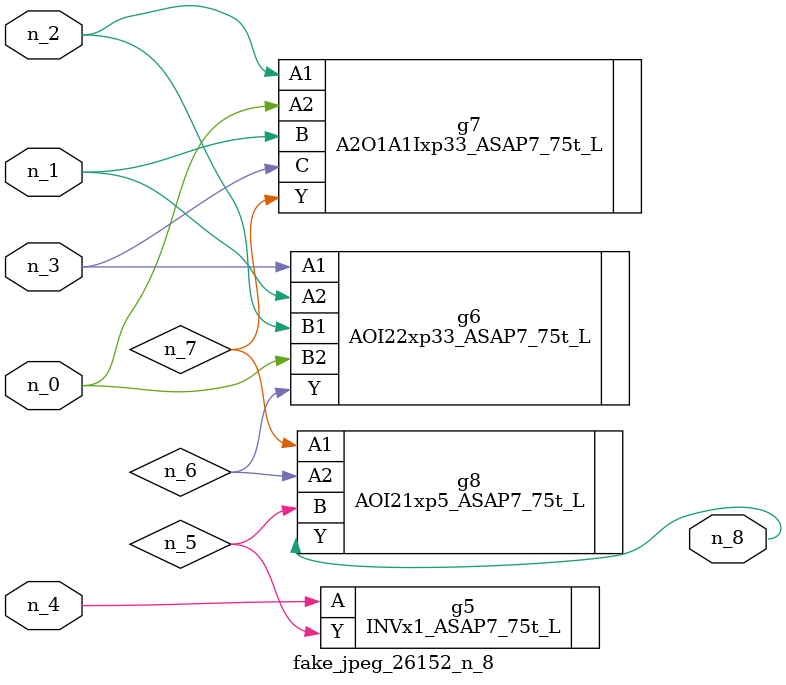
<source format=v>
module fake_jpeg_26152_n_8 (n_3, n_2, n_1, n_0, n_4, n_8);

input n_3;
input n_2;
input n_1;
input n_0;
input n_4;

output n_8;

wire n_6;
wire n_5;
wire n_7;

INVx1_ASAP7_75t_L g5 ( 
.A(n_4),
.Y(n_5)
);

AOI22xp33_ASAP7_75t_L g6 ( 
.A1(n_3),
.A2(n_1),
.B1(n_2),
.B2(n_0),
.Y(n_6)
);

A2O1A1Ixp33_ASAP7_75t_L g7 ( 
.A1(n_2),
.A2(n_0),
.B(n_1),
.C(n_3),
.Y(n_7)
);

AOI21xp5_ASAP7_75t_L g8 ( 
.A1(n_7),
.A2(n_6),
.B(n_5),
.Y(n_8)
);


endmodule
</source>
